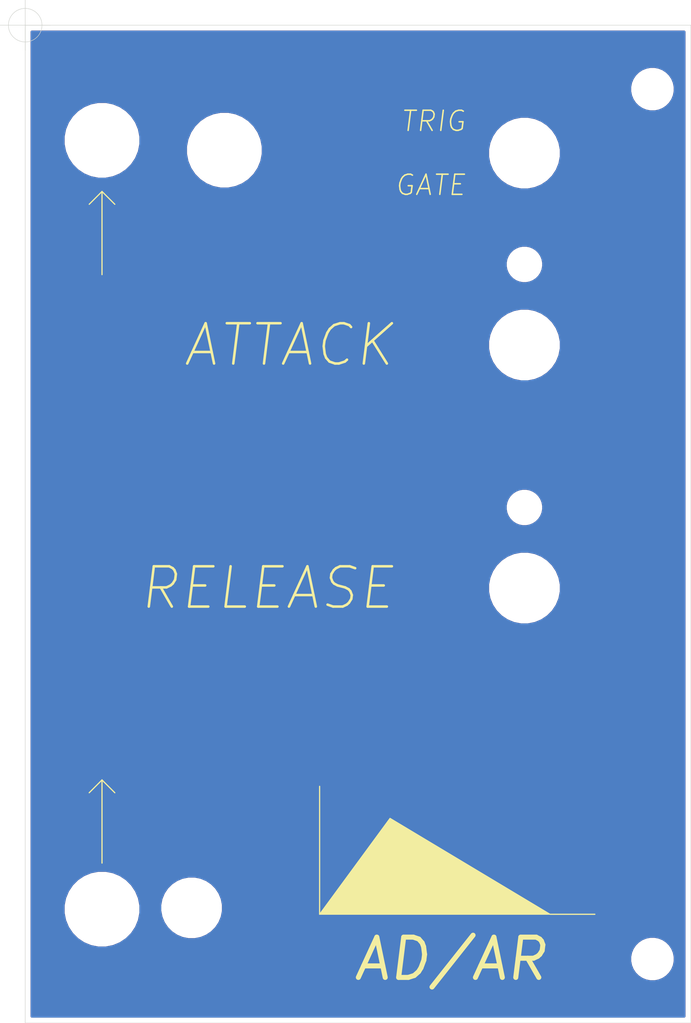
<source format=kicad_pcb>
(kicad_pcb (version 20171130) (host pcbnew 5.1.9-1.fc33)

  (general
    (thickness 1.6)
    (drawings 19)
    (tracks 0)
    (zones 0)
    (modules 11)
    (nets 1)
  )

  (page A4)
  (layers
    (0 F.Cu signal)
    (31 B.Cu signal)
    (32 B.Adhes user)
    (33 F.Adhes user)
    (34 B.Paste user)
    (35 F.Paste user)
    (36 B.SilkS user)
    (37 F.SilkS user)
    (38 B.Mask user)
    (39 F.Mask user)
    (40 Dwgs.User user)
    (41 Cmts.User user)
    (42 Eco1.User user)
    (43 Eco2.User user)
    (44 Edge.Cuts user)
    (45 Margin user)
    (46 B.CrtYd user)
    (47 F.CrtYd user)
    (48 B.Fab user)
    (49 F.Fab user)
  )

  (setup
    (last_trace_width 0.25)
    (trace_clearance 0.2)
    (zone_clearance 0.508)
    (zone_45_only no)
    (trace_min 0.2)
    (via_size 0.8)
    (via_drill 0.4)
    (via_min_size 0.4)
    (via_min_drill 0.3)
    (uvia_size 0.3)
    (uvia_drill 0.1)
    (uvias_allowed no)
    (uvia_min_size 0.2)
    (uvia_min_drill 0.1)
    (edge_width 0.05)
    (segment_width 0.2)
    (pcb_text_width 0.3)
    (pcb_text_size 1.5 1.5)
    (mod_edge_width 0.12)
    (mod_text_size 1 1)
    (mod_text_width 0.15)
    (pad_size 1.524 1.524)
    (pad_drill 0.762)
    (pad_to_mask_clearance 0)
    (aux_axis_origin 63.5 63.5)
    (grid_origin 63.5 63.5)
    (visible_elements FFFFFF7F)
    (pcbplotparams
      (layerselection 0x010fc_ffffffff)
      (usegerberextensions false)
      (usegerberattributes true)
      (usegerberadvancedattributes true)
      (creategerberjobfile true)
      (excludeedgelayer true)
      (linewidth 0.100000)
      (plotframeref false)
      (viasonmask false)
      (mode 1)
      (useauxorigin false)
      (hpglpennumber 1)
      (hpglpenspeed 20)
      (hpglpendiameter 15.000000)
      (psnegative false)
      (psa4output false)
      (plotreference true)
      (plotvalue true)
      (plotinvisibletext false)
      (padsonsilk false)
      (subtractmaskfromsilk false)
      (outputformat 1)
      (mirror false)
      (drillshape 0)
      (scaleselection 1)
      (outputdirectory "gerber"))
  )

  (net 0 "")

  (net_class Default "This is the default net class."
    (clearance 0.2)
    (trace_width 0.25)
    (via_dia 0.8)
    (via_drill 0.4)
    (uvia_dia 0.3)
    (uvia_drill 0.1)
  )

  (module MountingHole:MountingHole_2.5mm (layer F.Cu) (tedit 56D1B4CB) (tstamp 6041A702)
    (at 113.03 111.38)
    (descr "Mounting Hole 2.5mm, no annular")
    (tags "mounting hole 2.5mm no annular")
    (attr virtual)
    (fp_text reference REF** (at 0 -3.5) (layer F.SilkS) hide
      (effects (font (size 1 1) (thickness 0.15)))
    )
    (fp_text value MountingHole_2.5mm (at 0 3.5) (layer F.Fab) hide
      (effects (font (size 1 1) (thickness 0.15)))
    )
    (fp_circle (center 0 0) (end 2.75 0) (layer F.CrtYd) (width 0.05))
    (fp_circle (center 0 0) (end 2.5 0) (layer Cmts.User) (width 0.15))
    (fp_text user %R (at 0.3 0) (layer F.Fab) hide
      (effects (font (size 1 1) (thickness 0.15)))
    )
    (pad 1 np_thru_hole circle (at 0 0) (size 2.5 2.5) (drill 2.5) (layers *.Cu *.Mask))
  )

  (module MountingHole:MountingHole_2.5mm (layer F.Cu) (tedit 56D1B4CB) (tstamp 6041A6D3)
    (at 113.03 87.25)
    (descr "Mounting Hole 2.5mm, no annular")
    (tags "mounting hole 2.5mm no annular")
    (attr virtual)
    (fp_text reference REF** (at 0 -3.5) (layer F.SilkS) hide
      (effects (font (size 1 1) (thickness 0.15)))
    )
    (fp_text value MountingHole_2.5mm (at 0 3.5) (layer F.Fab) hide
      (effects (font (size 1 1) (thickness 0.15)))
    )
    (fp_text user %R (at 0.3 0) (layer F.Fab) hide
      (effects (font (size 1 1) (thickness 0.15)))
    )
    (fp_circle (center 0 0) (end 2.5 0) (layer Cmts.User) (width 0.15))
    (fp_circle (center 0 0) (end 2.75 0) (layer F.CrtYd) (width 0.05))
    (pad 1 np_thru_hole circle (at 0 0) (size 2.5 2.5) (drill 2.5) (layers *.Cu *.Mask))
  )

  (module MountingHole:MountingHole_6mm (layer B.Cu) (tedit 56D1B4CB) (tstamp 6041A5FF)
    (at 113.03 76.2)
    (descr "Mounting Hole 6mm, no annular")
    (tags "mounting hole 6mm no annular")
    (attr virtual)
    (fp_text reference REF** (at 0 7) (layer B.SilkS) hide
      (effects (font (size 1 1) (thickness 0.15)) (justify mirror))
    )
    (fp_text value MountingHole_6mm (at 0 -7) (layer B.Fab) hide
      (effects (font (size 1 1) (thickness 0.15)) (justify mirror))
    )
    (fp_circle (center 0 0) (end 6.25 0) (layer B.CrtYd) (width 0.05))
    (fp_circle (center 0 0) (end 6 0) (layer Cmts.User) (width 0.15))
    (fp_text user %R (at 0.3 0) (layer B.Fab) hide
      (effects (font (size 1 1) (thickness 0.15)) (justify mirror))
    )
    (pad 1 np_thru_hole circle (at 0 0) (size 6 6) (drill 6) (layers *.Cu *.Mask))
  )

  (module MountingHole:MountingHole_6mm (layer F.Cu) (tedit 56D1B4CB) (tstamp 6041A584)
    (at 113.03 119.38)
    (descr "Mounting Hole 6mm, no annular")
    (tags "mounting hole 6mm no annular")
    (attr virtual)
    (fp_text reference REF** (at 0 -7) (layer F.SilkS) hide
      (effects (font (size 1 1) (thickness 0.15)))
    )
    (fp_text value MountingHole_6mm (at 0 7) (layer F.Fab) hide
      (effects (font (size 1 1) (thickness 0.15)))
    )
    (fp_circle (center 0 0) (end 6.25 0) (layer F.CrtYd) (width 0.05))
    (fp_circle (center 0 0) (end 6 0) (layer Cmts.User) (width 0.15))
    (fp_text user %R (at 0.3 0) (layer F.Fab) hide
      (effects (font (size 1 1) (thickness 0.15)))
    )
    (pad 1 np_thru_hole circle (at 0 0) (size 6 6) (drill 6) (layers *.Cu *.Mask))
  )

  (module MountingHole:MountingHole_6mm (layer B.Cu) (tedit 56D1B4CB) (tstamp 6041A53D)
    (at 113.03 95.25)
    (descr "Mounting Hole 6mm, no annular")
    (tags "mounting hole 6mm no annular")
    (attr virtual)
    (fp_text reference REF** (at 0 7) (layer B.SilkS) hide
      (effects (font (size 1 1) (thickness 0.15)) (justify mirror))
    )
    (fp_text value MountingHole_6mm (at 0 -7) (layer B.Fab) hide
      (effects (font (size 1 1) (thickness 0.15)) (justify mirror))
    )
    (fp_text user %R (at 0.3 0) (layer B.Fab) hide
      (effects (font (size 1 1) (thickness 0.15)) (justify mirror))
    )
    (fp_circle (center 0 0) (end 6 0) (layer Cmts.User) (width 0.15))
    (fp_circle (center 0 0) (end 6.25 0) (layer B.CrtYd) (width 0.05))
    (pad 1 np_thru_hole circle (at 0 0) (size 6 6) (drill 6) (layers *.Cu *.Mask))
  )

  (module MountingHole:MountingHole_5mm (layer F.Cu) (tedit 56D1B4CB) (tstamp 6041A43E)
    (at 80.01 151.13)
    (descr "Mounting Hole 5mm, no annular")
    (tags "mounting hole 5mm no annular")
    (attr virtual)
    (fp_text reference REF** (at 0 -6) (layer F.SilkS) hide
      (effects (font (size 1 1) (thickness 0.15)))
    )
    (fp_text value MountingHole_5mm (at 0 6) (layer F.Fab) hide
      (effects (font (size 1 1) (thickness 0.15)))
    )
    (fp_text user %R (at 0.3 0) (layer F.Fab) hide
      (effects (font (size 1 1) (thickness 0.15)))
    )
    (fp_circle (center 0 0) (end 5 0) (layer Cmts.User) (width 0.15))
    (fp_circle (center 0 0) (end 5.25 0) (layer F.CrtYd) (width 0.05))
    (pad 1 np_thru_hole circle (at 0 0) (size 5 5) (drill 5) (layers *.Cu *.Mask))
  )

  (module MountingHole:MountingHole_3.2mm_M3 (layer F.Cu) (tedit 56D1B4CB) (tstamp 6041A373)
    (at 125.73 156.21)
    (descr "Mounting Hole 3.2mm, no annular, M3")
    (tags "mounting hole 3.2mm no annular m3")
    (attr virtual)
    (fp_text reference REF** (at 0 -4.2) (layer F.SilkS) hide
      (effects (font (size 1 1) (thickness 0.15)))
    )
    (fp_text value MountingHole_3.2mm_M3 (at 0 4.2) (layer F.Fab) hide
      (effects (font (size 1 1) (thickness 0.15)))
    )
    (fp_circle (center 0 0) (end 3.45 0) (layer F.CrtYd) (width 0.05))
    (fp_circle (center 0 0) (end 3.2 0) (layer Cmts.User) (width 0.15))
    (fp_text user %R (at 0.3 0) (layer F.Fab) hide
      (effects (font (size 1 1) (thickness 0.15)))
    )
    (pad 1 np_thru_hole circle (at 0 0) (size 3.2 3.2) (drill 3.2) (layers *.Cu *.Mask))
  )

  (module MountingHole:MountingHole_3.2mm_M3 (layer F.Cu) (tedit 56D1B4CB) (tstamp 6041A332)
    (at 125.73 69.85)
    (descr "Mounting Hole 3.2mm, no annular, M3")
    (tags "mounting hole 3.2mm no annular m3")
    (attr virtual)
    (fp_text reference REF** (at 0 -4.2) (layer F.SilkS) hide
      (effects (font (size 1 1) (thickness 0.15)))
    )
    (fp_text value MountingHole_3.2mm_M3 (at 0 4.2) (layer F.Fab) hide
      (effects (font (size 1 1) (thickness 0.15)))
    )
    (fp_text user %R (at 0.3 0) (layer F.Fab) hide
      (effects (font (size 1 1) (thickness 0.15)))
    )
    (fp_circle (center 0 0) (end 3.2 0) (layer Cmts.User) (width 0.15))
    (fp_circle (center 0 0) (end 3.45 0) (layer F.CrtYd) (width 0.05))
    (pad 1 np_thru_hole circle (at 0 0) (size 3.2 3.2) (drill 3.2) (layers *.Cu *.Mask))
  )

  (module MountingHole:MountingHole_6.4mm_M6 (layer F.Cu) (tedit 56D1B4CB) (tstamp 6041A283)
    (at 83.26 75.91)
    (descr "Mounting Hole 6.4mm, no annular, M6")
    (tags "mounting hole 6.4mm no annular m6")
    (attr virtual)
    (fp_text reference REF** (at 0 -7.4) (layer F.SilkS) hide
      (effects (font (size 1 1) (thickness 0.15)))
    )
    (fp_text value MountingHole_6.4mm_M6 (at 0 7.4) (layer F.Fab) hide
      (effects (font (size 1 1) (thickness 0.15)))
    )
    (fp_circle (center 0 0) (end 6.65 0) (layer F.CrtYd) (width 0.05))
    (fp_circle (center 0 0) (end 6.4 0) (layer Cmts.User) (width 0.15))
    (fp_text user %R (at 0.3 0) (layer F.Fab) hide
      (effects (font (size 1 1) (thickness 0.15)))
    )
    (pad 1 np_thru_hole circle (at 0 0) (size 6.4 6.4) (drill 6.4) (layers *.Cu *.Mask))
  )

  (module MountingHole:MountingHole_6.4mm_M6 (layer F.Cu) (tedit 56D1B4CB) (tstamp 6041A1E4)
    (at 71.12 151.26)
    (descr "Mounting Hole 6.4mm, no annular, M6")
    (tags "mounting hole 6.4mm no annular m6")
    (attr virtual)
    (fp_text reference REF** (at 0 -7.4) (layer F.SilkS) hide
      (effects (font (size 1 1) (thickness 0.15)))
    )
    (fp_text value MountingHole_6.4mm_M6 (at 0 7.4) (layer F.Fab) hide
      (effects (font (size 1 1) (thickness 0.15)))
    )
    (fp_circle (center 0 0) (end 6.65 0) (layer F.CrtYd) (width 0.05))
    (fp_circle (center 0 0) (end 6.4 0) (layer Cmts.User) (width 0.15))
    (fp_text user %R (at 0.3 0) (layer F.Fab) hide
      (effects (font (size 1 1) (thickness 0.15)))
    )
    (pad 1 np_thru_hole circle (at 0 0) (size 6.4 6.4) (drill 6.4) (layers *.Cu *.Mask))
  )

  (module MountingHole:MountingHole_6.4mm_M6 (layer F.Cu) (tedit 56D1B4CB) (tstamp 6041A1BF)
    (at 71.12 74.93)
    (descr "Mounting Hole 6.4mm, no annular, M6")
    (tags "mounting hole 6.4mm no annular m6")
    (attr virtual)
    (fp_text reference REF** (at 0 -7.4) (layer F.SilkS) hide
      (effects (font (size 1 1) (thickness 0.15)))
    )
    (fp_text value MountingHole_6.4mm_M6 (at 0 7.4) (layer F.Fab) hide
      (effects (font (size 1 1) (thickness 0.15)))
    )
    (fp_text user %R (at 0.3 0) (layer F.Fab) hide
      (effects (font (size 1 1) (thickness 0.15)))
    )
    (fp_circle (center 0 0) (end 6.4 0) (layer Cmts.User) (width 0.15))
    (fp_circle (center 0 0) (end 6.65 0) (layer F.CrtYd) (width 0.05))
    (pad 1 np_thru_hole circle (at 0 0) (size 6.4 6.4) (drill 6.4) (layers *.Cu *.Mask))
  )

  (gr_line (start 71.12 138.43) (end 71.12 146.685) (layer F.SilkS) (width 0.12) (tstamp 6041A78D))
  (gr_line (start 72.39 139.7) (end 71.12 138.43) (layer F.SilkS) (width 0.12) (tstamp 6041A78C))
  (gr_line (start 69.85 139.7) (end 71.12 138.43) (layer F.SilkS) (width 0.12) (tstamp 6041A78B))
  (gr_line (start 72.39 81.28) (end 71.12 80.01) (layer F.SilkS) (width 0.12) (tstamp 6041A773))
  (gr_line (start 69.85 81.28) (end 71.12 80.01) (layer F.SilkS) (width 0.12) (tstamp 6041A772))
  (gr_line (start 71.12 80.01) (end 71.12 88.265) (layer F.SilkS) (width 0.12))
  (gr_line (start 115.57 151.765) (end 120.015 151.765) (layer F.SilkS) (width 0.12))
  (gr_line (start 92.71 151.765) (end 92.71 139.065) (layer F.SilkS) (width 0.12))
  (gr_poly (pts (xy 115.57 151.765) (xy 92.71 151.765) (xy 99.695 142.24)) (layer F.SilkS) (width 0.1))
  (gr_text AD/AR (at 115.57 156.21) (layer F.SilkS) (tstamp 6041A730)
    (effects (font (size 4 4) (thickness 0.5) italic) (justify right))
  )
  (gr_text GATE (at 107.315 79.375) (layer F.SilkS) (tstamp 6041A72C)
    (effects (font (size 2 2) (thickness 0.15) italic) (justify right))
  )
  (gr_text TRIG (at 107.315 73.025) (layer F.SilkS) (tstamp 6041A728)
    (effects (font (size 2 2) (thickness 0.15) italic) (justify right))
  )
  (gr_text RELEASE (at 100.33 119.38) (layer F.SilkS) (tstamp 6041A71C)
    (effects (font (size 4 4) (thickness 0.25) italic) (justify right))
  )
  (gr_text ATTACK (at 100.33 95.25) (layer F.SilkS) (tstamp 6041A724)
    (effects (font (size 4 4) (thickness 0.25) italic) (justify right))
  )
  (target plus (at 63.5 63.5) (size 5) (width 0.05) (layer Edge.Cuts))
  (gr_line (start 63.5 162.56) (end 63.5 63.5) (layer Edge.Cuts) (width 0.05) (tstamp 60413FA7))
  (gr_line (start 129.54 162.56) (end 63.5 162.56) (layer Edge.Cuts) (width 0.05))
  (gr_line (start 129.54 63.5) (end 129.54 162.56) (layer Edge.Cuts) (width 0.05))
  (gr_line (start 63.5 63.5) (end 129.54 63.5) (layer Edge.Cuts) (width 0.05))

  (zone (net 0) (net_name "") (layer F.Cu) (tstamp 0) (hatch edge 0.508)
    (connect_pads (clearance 0.508))
    (min_thickness 0.254)
    (fill yes (arc_segments 32) (thermal_gap 0.508) (thermal_bridge_width 0.508))
    (polygon
      (pts
        (xy 129.54 162.56) (xy 63.5 162.56) (xy 63.5 63.5) (xy 129.54 63.5)
      )
    )
    (filled_polygon
      (pts
        (xy 128.880001 161.9) (xy 64.16 161.9) (xy 64.16 155.989872) (xy 123.495 155.989872) (xy 123.495 156.430128)
        (xy 123.58089 156.861925) (xy 123.749369 157.268669) (xy 123.993962 157.634729) (xy 124.305271 157.946038) (xy 124.671331 158.190631)
        (xy 125.078075 158.35911) (xy 125.509872 158.445) (xy 125.950128 158.445) (xy 126.381925 158.35911) (xy 126.788669 158.190631)
        (xy 127.154729 157.946038) (xy 127.466038 157.634729) (xy 127.710631 157.268669) (xy 127.87911 156.861925) (xy 127.965 156.430128)
        (xy 127.965 155.989872) (xy 127.87911 155.558075) (xy 127.710631 155.151331) (xy 127.466038 154.785271) (xy 127.154729 154.473962)
        (xy 126.788669 154.229369) (xy 126.381925 154.06089) (xy 125.950128 153.975) (xy 125.509872 153.975) (xy 125.078075 154.06089)
        (xy 124.671331 154.229369) (xy 124.305271 154.473962) (xy 123.993962 154.785271) (xy 123.749369 155.151331) (xy 123.58089 155.558075)
        (xy 123.495 155.989872) (xy 64.16 155.989872) (xy 64.16 150.882285) (xy 67.285 150.882285) (xy 67.285 151.637715)
        (xy 67.432377 152.378628) (xy 67.721467 153.076554) (xy 68.141161 153.70467) (xy 68.67533 154.238839) (xy 69.303446 154.658533)
        (xy 70.001372 154.947623) (xy 70.742285 155.095) (xy 71.497715 155.095) (xy 72.238628 154.947623) (xy 72.936554 154.658533)
        (xy 73.56467 154.238839) (xy 74.098839 153.70467) (xy 74.518533 153.076554) (xy 74.807623 152.378628) (xy 74.955 151.637715)
        (xy 74.955 150.882285) (xy 74.942856 150.821229) (xy 76.875 150.821229) (xy 76.875 151.438771) (xy 76.995476 152.044446)
        (xy 77.231799 152.614979) (xy 77.574886 153.128446) (xy 78.011554 153.565114) (xy 78.525021 153.908201) (xy 79.095554 154.144524)
        (xy 79.701229 154.265) (xy 80.318771 154.265) (xy 80.924446 154.144524) (xy 81.494979 153.908201) (xy 82.008446 153.565114)
        (xy 82.445114 153.128446) (xy 82.788201 152.614979) (xy 83.024524 152.044446) (xy 83.145 151.438771) (xy 83.145 150.821229)
        (xy 83.024524 150.215554) (xy 82.788201 149.645021) (xy 82.445114 149.131554) (xy 82.008446 148.694886) (xy 81.494979 148.351799)
        (xy 80.924446 148.115476) (xy 80.318771 147.995) (xy 79.701229 147.995) (xy 79.095554 148.115476) (xy 78.525021 148.351799)
        (xy 78.011554 148.694886) (xy 77.574886 149.131554) (xy 77.231799 149.645021) (xy 76.995476 150.215554) (xy 76.875 150.821229)
        (xy 74.942856 150.821229) (xy 74.807623 150.141372) (xy 74.518533 149.443446) (xy 74.098839 148.81533) (xy 73.56467 148.281161)
        (xy 72.936554 147.861467) (xy 72.238628 147.572377) (xy 71.497715 147.425) (xy 70.742285 147.425) (xy 70.001372 147.572377)
        (xy 69.303446 147.861467) (xy 68.67533 148.281161) (xy 68.141161 148.81533) (xy 67.721467 149.443446) (xy 67.432377 150.141372)
        (xy 67.285 150.882285) (xy 64.16 150.882285) (xy 64.16 119.021984) (xy 109.395 119.021984) (xy 109.395 119.738016)
        (xy 109.534691 120.44029) (xy 109.808705 121.101818) (xy 110.206511 121.697177) (xy 110.712823 122.203489) (xy 111.308182 122.601295)
        (xy 111.96971 122.875309) (xy 112.671984 123.015) (xy 113.388016 123.015) (xy 114.09029 122.875309) (xy 114.751818 122.601295)
        (xy 115.347177 122.203489) (xy 115.853489 121.697177) (xy 116.251295 121.101818) (xy 116.525309 120.44029) (xy 116.665 119.738016)
        (xy 116.665 119.021984) (xy 116.525309 118.31971) (xy 116.251295 117.658182) (xy 115.853489 117.062823) (xy 115.347177 116.556511)
        (xy 114.751818 116.158705) (xy 114.09029 115.884691) (xy 113.388016 115.745) (xy 112.671984 115.745) (xy 111.96971 115.884691)
        (xy 111.308182 116.158705) (xy 110.712823 116.556511) (xy 110.206511 117.062823) (xy 109.808705 117.658182) (xy 109.534691 118.31971)
        (xy 109.395 119.021984) (xy 64.16 119.021984) (xy 64.16 111.194344) (xy 111.145 111.194344) (xy 111.145 111.565656)
        (xy 111.217439 111.929834) (xy 111.359534 112.272882) (xy 111.565825 112.581618) (xy 111.828382 112.844175) (xy 112.137118 113.050466)
        (xy 112.480166 113.192561) (xy 112.844344 113.265) (xy 113.215656 113.265) (xy 113.579834 113.192561) (xy 113.922882 113.050466)
        (xy 114.231618 112.844175) (xy 114.494175 112.581618) (xy 114.700466 112.272882) (xy 114.842561 111.929834) (xy 114.915 111.565656)
        (xy 114.915 111.194344) (xy 114.842561 110.830166) (xy 114.700466 110.487118) (xy 114.494175 110.178382) (xy 114.231618 109.915825)
        (xy 113.922882 109.709534) (xy 113.579834 109.567439) (xy 113.215656 109.495) (xy 112.844344 109.495) (xy 112.480166 109.567439)
        (xy 112.137118 109.709534) (xy 111.828382 109.915825) (xy 111.565825 110.178382) (xy 111.359534 110.487118) (xy 111.217439 110.830166)
        (xy 111.145 111.194344) (xy 64.16 111.194344) (xy 64.16 94.891984) (xy 109.395 94.891984) (xy 109.395 95.608016)
        (xy 109.534691 96.31029) (xy 109.808705 96.971818) (xy 110.206511 97.567177) (xy 110.712823 98.073489) (xy 111.308182 98.471295)
        (xy 111.96971 98.745309) (xy 112.671984 98.885) (xy 113.388016 98.885) (xy 114.09029 98.745309) (xy 114.751818 98.471295)
        (xy 115.347177 98.073489) (xy 115.853489 97.567177) (xy 116.251295 96.971818) (xy 116.525309 96.31029) (xy 116.665 95.608016)
        (xy 116.665 94.891984) (xy 116.525309 94.18971) (xy 116.251295 93.528182) (xy 115.853489 92.932823) (xy 115.347177 92.426511)
        (xy 114.751818 92.028705) (xy 114.09029 91.754691) (xy 113.388016 91.615) (xy 112.671984 91.615) (xy 111.96971 91.754691)
        (xy 111.308182 92.028705) (xy 110.712823 92.426511) (xy 110.206511 92.932823) (xy 109.808705 93.528182) (xy 109.534691 94.18971)
        (xy 109.395 94.891984) (xy 64.16 94.891984) (xy 64.16 87.064344) (xy 111.145 87.064344) (xy 111.145 87.435656)
        (xy 111.217439 87.799834) (xy 111.359534 88.142882) (xy 111.565825 88.451618) (xy 111.828382 88.714175) (xy 112.137118 88.920466)
        (xy 112.480166 89.062561) (xy 112.844344 89.135) (xy 113.215656 89.135) (xy 113.579834 89.062561) (xy 113.922882 88.920466)
        (xy 114.231618 88.714175) (xy 114.494175 88.451618) (xy 114.700466 88.142882) (xy 114.842561 87.799834) (xy 114.915 87.435656)
        (xy 114.915 87.064344) (xy 114.842561 86.700166) (xy 114.700466 86.357118) (xy 114.494175 86.048382) (xy 114.231618 85.785825)
        (xy 113.922882 85.579534) (xy 113.579834 85.437439) (xy 113.215656 85.365) (xy 112.844344 85.365) (xy 112.480166 85.437439)
        (xy 112.137118 85.579534) (xy 111.828382 85.785825) (xy 111.565825 86.048382) (xy 111.359534 86.357118) (xy 111.217439 86.700166)
        (xy 111.145 87.064344) (xy 64.16 87.064344) (xy 64.16 74.552285) (xy 67.285 74.552285) (xy 67.285 75.307715)
        (xy 67.432377 76.048628) (xy 67.721467 76.746554) (xy 68.141161 77.37467) (xy 68.67533 77.908839) (xy 69.303446 78.328533)
        (xy 70.001372 78.617623) (xy 70.742285 78.765) (xy 71.497715 78.765) (xy 72.238628 78.617623) (xy 72.936554 78.328533)
        (xy 73.56467 77.908839) (xy 74.098839 77.37467) (xy 74.518533 76.746554) (xy 74.807623 76.048628) (xy 74.91033 75.532285)
        (xy 79.425 75.532285) (xy 79.425 76.287715) (xy 79.572377 77.028628) (xy 79.861467 77.726554) (xy 80.281161 78.35467)
        (xy 80.81533 78.888839) (xy 81.443446 79.308533) (xy 82.141372 79.597623) (xy 82.882285 79.745) (xy 83.637715 79.745)
        (xy 84.378628 79.597623) (xy 85.076554 79.308533) (xy 85.70467 78.888839) (xy 86.238839 78.35467) (xy 86.658533 77.726554)
        (xy 86.947623 77.028628) (xy 87.095 76.287715) (xy 87.095 75.841984) (xy 109.395 75.841984) (xy 109.395 76.558016)
        (xy 109.534691 77.26029) (xy 109.808705 77.921818) (xy 110.206511 78.517177) (xy 110.712823 79.023489) (xy 111.308182 79.421295)
        (xy 111.96971 79.695309) (xy 112.671984 79.835) (xy 113.388016 79.835) (xy 114.09029 79.695309) (xy 114.751818 79.421295)
        (xy 115.347177 79.023489) (xy 115.853489 78.517177) (xy 116.251295 77.921818) (xy 116.525309 77.26029) (xy 116.665 76.558016)
        (xy 116.665 75.841984) (xy 116.525309 75.13971) (xy 116.251295 74.478182) (xy 115.853489 73.882823) (xy 115.347177 73.376511)
        (xy 114.751818 72.978705) (xy 114.09029 72.704691) (xy 113.388016 72.565) (xy 112.671984 72.565) (xy 111.96971 72.704691)
        (xy 111.308182 72.978705) (xy 110.712823 73.376511) (xy 110.206511 73.882823) (xy 109.808705 74.478182) (xy 109.534691 75.13971)
        (xy 109.395 75.841984) (xy 87.095 75.841984) (xy 87.095 75.532285) (xy 86.947623 74.791372) (xy 86.658533 74.093446)
        (xy 86.238839 73.46533) (xy 85.70467 72.931161) (xy 85.076554 72.511467) (xy 84.378628 72.222377) (xy 83.637715 72.075)
        (xy 82.882285 72.075) (xy 82.141372 72.222377) (xy 81.443446 72.511467) (xy 80.81533 72.931161) (xy 80.281161 73.46533)
        (xy 79.861467 74.093446) (xy 79.572377 74.791372) (xy 79.425 75.532285) (xy 74.91033 75.532285) (xy 74.955 75.307715)
        (xy 74.955 74.552285) (xy 74.807623 73.811372) (xy 74.518533 73.113446) (xy 74.098839 72.48533) (xy 73.56467 71.951161)
        (xy 72.936554 71.531467) (xy 72.238628 71.242377) (xy 71.497715 71.095) (xy 70.742285 71.095) (xy 70.001372 71.242377)
        (xy 69.303446 71.531467) (xy 68.67533 71.951161) (xy 68.141161 72.48533) (xy 67.721467 73.113446) (xy 67.432377 73.811372)
        (xy 67.285 74.552285) (xy 64.16 74.552285) (xy 64.16 69.629872) (xy 123.495 69.629872) (xy 123.495 70.070128)
        (xy 123.58089 70.501925) (xy 123.749369 70.908669) (xy 123.993962 71.274729) (xy 124.305271 71.586038) (xy 124.671331 71.830631)
        (xy 125.078075 71.99911) (xy 125.509872 72.085) (xy 125.950128 72.085) (xy 126.381925 71.99911) (xy 126.788669 71.830631)
        (xy 127.154729 71.586038) (xy 127.466038 71.274729) (xy 127.710631 70.908669) (xy 127.87911 70.501925) (xy 127.965 70.070128)
        (xy 127.965 69.629872) (xy 127.87911 69.198075) (xy 127.710631 68.791331) (xy 127.466038 68.425271) (xy 127.154729 68.113962)
        (xy 126.788669 67.869369) (xy 126.381925 67.70089) (xy 125.950128 67.615) (xy 125.509872 67.615) (xy 125.078075 67.70089)
        (xy 124.671331 67.869369) (xy 124.305271 68.113962) (xy 123.993962 68.425271) (xy 123.749369 68.791331) (xy 123.58089 69.198075)
        (xy 123.495 69.629872) (xy 64.16 69.629872) (xy 64.16 64.16) (xy 128.88 64.16)
      )
    )
  )
  (zone (net 0) (net_name "") (layer B.Cu) (tstamp 60413FE9) (hatch edge 0.508)
    (connect_pads (clearance 0.508))
    (min_thickness 0.254)
    (fill yes (arc_segments 32) (thermal_gap 0.508) (thermal_bridge_width 0.508))
    (polygon
      (pts
        (xy 129.54 162.56) (xy 63.5 162.56) (xy 63.5 63.5) (xy 129.54 63.5)
      )
    )
    (filled_polygon
      (pts
        (xy 128.880001 161.9) (xy 64.16 161.9) (xy 64.16 155.989872) (xy 123.495 155.989872) (xy 123.495 156.430128)
        (xy 123.58089 156.861925) (xy 123.749369 157.268669) (xy 123.993962 157.634729) (xy 124.305271 157.946038) (xy 124.671331 158.190631)
        (xy 125.078075 158.35911) (xy 125.509872 158.445) (xy 125.950128 158.445) (xy 126.381925 158.35911) (xy 126.788669 158.190631)
        (xy 127.154729 157.946038) (xy 127.466038 157.634729) (xy 127.710631 157.268669) (xy 127.87911 156.861925) (xy 127.965 156.430128)
        (xy 127.965 155.989872) (xy 127.87911 155.558075) (xy 127.710631 155.151331) (xy 127.466038 154.785271) (xy 127.154729 154.473962)
        (xy 126.788669 154.229369) (xy 126.381925 154.06089) (xy 125.950128 153.975) (xy 125.509872 153.975) (xy 125.078075 154.06089)
        (xy 124.671331 154.229369) (xy 124.305271 154.473962) (xy 123.993962 154.785271) (xy 123.749369 155.151331) (xy 123.58089 155.558075)
        (xy 123.495 155.989872) (xy 64.16 155.989872) (xy 64.16 150.882285) (xy 67.285 150.882285) (xy 67.285 151.637715)
        (xy 67.432377 152.378628) (xy 67.721467 153.076554) (xy 68.141161 153.70467) (xy 68.67533 154.238839) (xy 69.303446 154.658533)
        (xy 70.001372 154.947623) (xy 70.742285 155.095) (xy 71.497715 155.095) (xy 72.238628 154.947623) (xy 72.936554 154.658533)
        (xy 73.56467 154.238839) (xy 74.098839 153.70467) (xy 74.518533 153.076554) (xy 74.807623 152.378628) (xy 74.955 151.637715)
        (xy 74.955 150.882285) (xy 74.942856 150.821229) (xy 76.875 150.821229) (xy 76.875 151.438771) (xy 76.995476 152.044446)
        (xy 77.231799 152.614979) (xy 77.574886 153.128446) (xy 78.011554 153.565114) (xy 78.525021 153.908201) (xy 79.095554 154.144524)
        (xy 79.701229 154.265) (xy 80.318771 154.265) (xy 80.924446 154.144524) (xy 81.494979 153.908201) (xy 82.008446 153.565114)
        (xy 82.445114 153.128446) (xy 82.788201 152.614979) (xy 83.024524 152.044446) (xy 83.145 151.438771) (xy 83.145 150.821229)
        (xy 83.024524 150.215554) (xy 82.788201 149.645021) (xy 82.445114 149.131554) (xy 82.008446 148.694886) (xy 81.494979 148.351799)
        (xy 80.924446 148.115476) (xy 80.318771 147.995) (xy 79.701229 147.995) (xy 79.095554 148.115476) (xy 78.525021 148.351799)
        (xy 78.011554 148.694886) (xy 77.574886 149.131554) (xy 77.231799 149.645021) (xy 76.995476 150.215554) (xy 76.875 150.821229)
        (xy 74.942856 150.821229) (xy 74.807623 150.141372) (xy 74.518533 149.443446) (xy 74.098839 148.81533) (xy 73.56467 148.281161)
        (xy 72.936554 147.861467) (xy 72.238628 147.572377) (xy 71.497715 147.425) (xy 70.742285 147.425) (xy 70.001372 147.572377)
        (xy 69.303446 147.861467) (xy 68.67533 148.281161) (xy 68.141161 148.81533) (xy 67.721467 149.443446) (xy 67.432377 150.141372)
        (xy 67.285 150.882285) (xy 64.16 150.882285) (xy 64.16 119.021984) (xy 109.395 119.021984) (xy 109.395 119.738016)
        (xy 109.534691 120.44029) (xy 109.808705 121.101818) (xy 110.206511 121.697177) (xy 110.712823 122.203489) (xy 111.308182 122.601295)
        (xy 111.96971 122.875309) (xy 112.671984 123.015) (xy 113.388016 123.015) (xy 114.09029 122.875309) (xy 114.751818 122.601295)
        (xy 115.347177 122.203489) (xy 115.853489 121.697177) (xy 116.251295 121.101818) (xy 116.525309 120.44029) (xy 116.665 119.738016)
        (xy 116.665 119.021984) (xy 116.525309 118.31971) (xy 116.251295 117.658182) (xy 115.853489 117.062823) (xy 115.347177 116.556511)
        (xy 114.751818 116.158705) (xy 114.09029 115.884691) (xy 113.388016 115.745) (xy 112.671984 115.745) (xy 111.96971 115.884691)
        (xy 111.308182 116.158705) (xy 110.712823 116.556511) (xy 110.206511 117.062823) (xy 109.808705 117.658182) (xy 109.534691 118.31971)
        (xy 109.395 119.021984) (xy 64.16 119.021984) (xy 64.16 111.194344) (xy 111.145 111.194344) (xy 111.145 111.565656)
        (xy 111.217439 111.929834) (xy 111.359534 112.272882) (xy 111.565825 112.581618) (xy 111.828382 112.844175) (xy 112.137118 113.050466)
        (xy 112.480166 113.192561) (xy 112.844344 113.265) (xy 113.215656 113.265) (xy 113.579834 113.192561) (xy 113.922882 113.050466)
        (xy 114.231618 112.844175) (xy 114.494175 112.581618) (xy 114.700466 112.272882) (xy 114.842561 111.929834) (xy 114.915 111.565656)
        (xy 114.915 111.194344) (xy 114.842561 110.830166) (xy 114.700466 110.487118) (xy 114.494175 110.178382) (xy 114.231618 109.915825)
        (xy 113.922882 109.709534) (xy 113.579834 109.567439) (xy 113.215656 109.495) (xy 112.844344 109.495) (xy 112.480166 109.567439)
        (xy 112.137118 109.709534) (xy 111.828382 109.915825) (xy 111.565825 110.178382) (xy 111.359534 110.487118) (xy 111.217439 110.830166)
        (xy 111.145 111.194344) (xy 64.16 111.194344) (xy 64.16 94.891984) (xy 109.395 94.891984) (xy 109.395 95.608016)
        (xy 109.534691 96.31029) (xy 109.808705 96.971818) (xy 110.206511 97.567177) (xy 110.712823 98.073489) (xy 111.308182 98.471295)
        (xy 111.96971 98.745309) (xy 112.671984 98.885) (xy 113.388016 98.885) (xy 114.09029 98.745309) (xy 114.751818 98.471295)
        (xy 115.347177 98.073489) (xy 115.853489 97.567177) (xy 116.251295 96.971818) (xy 116.525309 96.31029) (xy 116.665 95.608016)
        (xy 116.665 94.891984) (xy 116.525309 94.18971) (xy 116.251295 93.528182) (xy 115.853489 92.932823) (xy 115.347177 92.426511)
        (xy 114.751818 92.028705) (xy 114.09029 91.754691) (xy 113.388016 91.615) (xy 112.671984 91.615) (xy 111.96971 91.754691)
        (xy 111.308182 92.028705) (xy 110.712823 92.426511) (xy 110.206511 92.932823) (xy 109.808705 93.528182) (xy 109.534691 94.18971)
        (xy 109.395 94.891984) (xy 64.16 94.891984) (xy 64.16 87.064344) (xy 111.145 87.064344) (xy 111.145 87.435656)
        (xy 111.217439 87.799834) (xy 111.359534 88.142882) (xy 111.565825 88.451618) (xy 111.828382 88.714175) (xy 112.137118 88.920466)
        (xy 112.480166 89.062561) (xy 112.844344 89.135) (xy 113.215656 89.135) (xy 113.579834 89.062561) (xy 113.922882 88.920466)
        (xy 114.231618 88.714175) (xy 114.494175 88.451618) (xy 114.700466 88.142882) (xy 114.842561 87.799834) (xy 114.915 87.435656)
        (xy 114.915 87.064344) (xy 114.842561 86.700166) (xy 114.700466 86.357118) (xy 114.494175 86.048382) (xy 114.231618 85.785825)
        (xy 113.922882 85.579534) (xy 113.579834 85.437439) (xy 113.215656 85.365) (xy 112.844344 85.365) (xy 112.480166 85.437439)
        (xy 112.137118 85.579534) (xy 111.828382 85.785825) (xy 111.565825 86.048382) (xy 111.359534 86.357118) (xy 111.217439 86.700166)
        (xy 111.145 87.064344) (xy 64.16 87.064344) (xy 64.16 74.552285) (xy 67.285 74.552285) (xy 67.285 75.307715)
        (xy 67.432377 76.048628) (xy 67.721467 76.746554) (xy 68.141161 77.37467) (xy 68.67533 77.908839) (xy 69.303446 78.328533)
        (xy 70.001372 78.617623) (xy 70.742285 78.765) (xy 71.497715 78.765) (xy 72.238628 78.617623) (xy 72.936554 78.328533)
        (xy 73.56467 77.908839) (xy 74.098839 77.37467) (xy 74.518533 76.746554) (xy 74.807623 76.048628) (xy 74.91033 75.532285)
        (xy 79.425 75.532285) (xy 79.425 76.287715) (xy 79.572377 77.028628) (xy 79.861467 77.726554) (xy 80.281161 78.35467)
        (xy 80.81533 78.888839) (xy 81.443446 79.308533) (xy 82.141372 79.597623) (xy 82.882285 79.745) (xy 83.637715 79.745)
        (xy 84.378628 79.597623) (xy 85.076554 79.308533) (xy 85.70467 78.888839) (xy 86.238839 78.35467) (xy 86.658533 77.726554)
        (xy 86.947623 77.028628) (xy 87.095 76.287715) (xy 87.095 75.841984) (xy 109.395 75.841984) (xy 109.395 76.558016)
        (xy 109.534691 77.26029) (xy 109.808705 77.921818) (xy 110.206511 78.517177) (xy 110.712823 79.023489) (xy 111.308182 79.421295)
        (xy 111.96971 79.695309) (xy 112.671984 79.835) (xy 113.388016 79.835) (xy 114.09029 79.695309) (xy 114.751818 79.421295)
        (xy 115.347177 79.023489) (xy 115.853489 78.517177) (xy 116.251295 77.921818) (xy 116.525309 77.26029) (xy 116.665 76.558016)
        (xy 116.665 75.841984) (xy 116.525309 75.13971) (xy 116.251295 74.478182) (xy 115.853489 73.882823) (xy 115.347177 73.376511)
        (xy 114.751818 72.978705) (xy 114.09029 72.704691) (xy 113.388016 72.565) (xy 112.671984 72.565) (xy 111.96971 72.704691)
        (xy 111.308182 72.978705) (xy 110.712823 73.376511) (xy 110.206511 73.882823) (xy 109.808705 74.478182) (xy 109.534691 75.13971)
        (xy 109.395 75.841984) (xy 87.095 75.841984) (xy 87.095 75.532285) (xy 86.947623 74.791372) (xy 86.658533 74.093446)
        (xy 86.238839 73.46533) (xy 85.70467 72.931161) (xy 85.076554 72.511467) (xy 84.378628 72.222377) (xy 83.637715 72.075)
        (xy 82.882285 72.075) (xy 82.141372 72.222377) (xy 81.443446 72.511467) (xy 80.81533 72.931161) (xy 80.281161 73.46533)
        (xy 79.861467 74.093446) (xy 79.572377 74.791372) (xy 79.425 75.532285) (xy 74.91033 75.532285) (xy 74.955 75.307715)
        (xy 74.955 74.552285) (xy 74.807623 73.811372) (xy 74.518533 73.113446) (xy 74.098839 72.48533) (xy 73.56467 71.951161)
        (xy 72.936554 71.531467) (xy 72.238628 71.242377) (xy 71.497715 71.095) (xy 70.742285 71.095) (xy 70.001372 71.242377)
        (xy 69.303446 71.531467) (xy 68.67533 71.951161) (xy 68.141161 72.48533) (xy 67.721467 73.113446) (xy 67.432377 73.811372)
        (xy 67.285 74.552285) (xy 64.16 74.552285) (xy 64.16 69.629872) (xy 123.495 69.629872) (xy 123.495 70.070128)
        (xy 123.58089 70.501925) (xy 123.749369 70.908669) (xy 123.993962 71.274729) (xy 124.305271 71.586038) (xy 124.671331 71.830631)
        (xy 125.078075 71.99911) (xy 125.509872 72.085) (xy 125.950128 72.085) (xy 126.381925 71.99911) (xy 126.788669 71.830631)
        (xy 127.154729 71.586038) (xy 127.466038 71.274729) (xy 127.710631 70.908669) (xy 127.87911 70.501925) (xy 127.965 70.070128)
        (xy 127.965 69.629872) (xy 127.87911 69.198075) (xy 127.710631 68.791331) (xy 127.466038 68.425271) (xy 127.154729 68.113962)
        (xy 126.788669 67.869369) (xy 126.381925 67.70089) (xy 125.950128 67.615) (xy 125.509872 67.615) (xy 125.078075 67.70089)
        (xy 124.671331 67.869369) (xy 124.305271 68.113962) (xy 123.993962 68.425271) (xy 123.749369 68.791331) (xy 123.58089 69.198075)
        (xy 123.495 69.629872) (xy 64.16 69.629872) (xy 64.16 64.16) (xy 128.88 64.16)
      )
    )
  )
)

</source>
